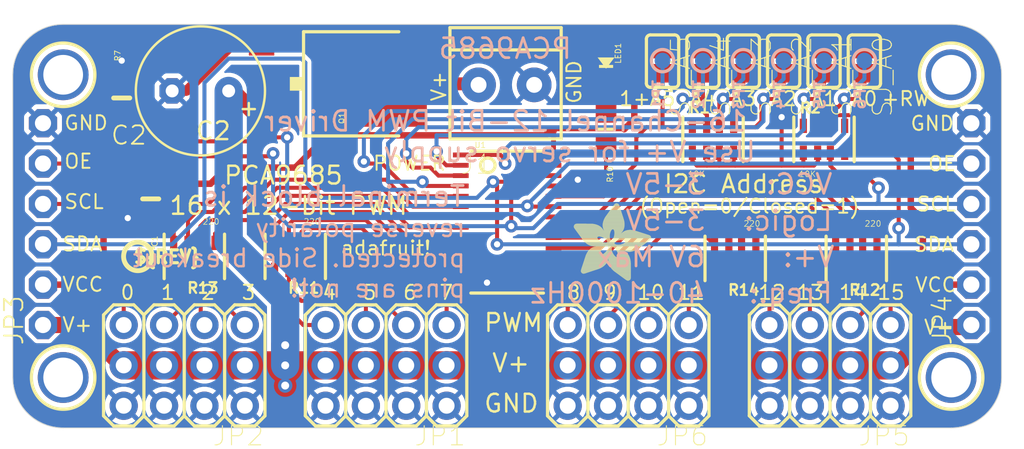
<source format=kicad_pcb>
(kicad_pcb (version 20221018) (generator pcbnew)
  (layers (0 "F.Cu" signal) (31 "B.Cu" signal) (34 "B.Paste" user) (35 "F.Paste" user) (36 "B.SilkS" user "B.Silkscreen") (37 "F.SilkS" user "F.Silkscreen") (38 "B.Mask" user) (39 "F.Mask" user) (44 "Edge.Cuts" user))
  (net 0 "")
  (net 1 "PWM0")
  (net 2 "PWM1")
  (net 3 "PWM2")
  (net 4 "PWM3")
  (net 5 "PWM4")
  (net 6 "PWM5")
  (net 7 "PWM6")
  (net 8 "PWM7")
  (net 9 "PWM8")
  (net 10 "PWM9")
  (net 11 "PWM10")
  (net 12 "PWM11")
  (net 13 "PWM12")
  (net 14 "PWM13")
  (net 15 "PWM14")
  (net 16 "PWM15")
  (net 17 "5.0V")
  (net 18 "GND")
  (net 19 "A0")
  (net 20 "A1")
  (net 21 "A2")
  (net 22 "A3")
  (net 23 "A4")
  (net 24 "A5")
  (net 25 "VCC")
  (net 26 "OE")
  (net 27 "SCL")
  (net 28 "SDA")
  (net 29 "PWRIN")
  (net 30 "N$1")
  (net 31 "N$2")
  (net 32 "N$3")
  (net 33 "N$4")
  (net 34 "N$5")
  (net 35 "N$6")
  (net 36 "N$7")
  (net 37 "N$8")
  (net 38 "N$9")
  (net 39 "N$10")
  (net 40 "N$11")
  (net 41 "N$12")
  (net 42 "N$13")
  (net 43 "N$14")
  (net 44 "N$15")
  (net 45 "N$16")
  (net 46 "N$17")
  (footprint "working:SOLDERJUMPER_REFLOW_NOPASTE" (layer "F.Cu") (at 163.3601 94.6216 -90)
    (fp_text reference "SJ_A3")
    (fp_text value "")
  )
  (footprint "working:0805-NO" (layer "F.Cu") (at 124.2441 96.9391 90)
    (fp_text reference "R7")
    (fp_text value "10K")
  )
  (footprint "working:TO252" (layer "F.Cu") (at 137.8461 96.0486 -90)
    (fp_text reference "Q1")
    (fp_text value "AOD417")
  )
  (footprint "working:TERMBLOCK_1X2-3.5MM" (layer "F.Cu") (at 148.5011 96.1136 180)
    (fp_text reference "J1")
    (fp_text value "" hide)
  )
  (footprint "working:SOLDERJUMPER_REFLOW_NOPASTE" (layer "F.Cu") (at 170.9801 94.6216 -90)
    (fp_text reference "SJ_A0")
    (fp_text value "")
  )
  (footprint "working:TSSOP28" (layer "F.Cu") (at 148.5011 104.7496 -90)
    (fp_text reference "U1")
    (fp_text value "PCA9685")
  )
  (footprint "working:MOUNTINGHOLE_2.5_PLATED" (layer "F.Cu") (at 176.4411 114.5286)
    (fp_text reference "U$50" hide)
    (fp_text value "MOUNTINGHOLE2.5" hide)
  )
  (footprint "working:RESPACK_4X0603" (layer "F.Cu") (at 162.8521 107.0356 180)
    (fp_text reference "R14")
    (fp_text value "220")
  )
  (footprint "working:RESPACK_4X0603" (layer "F.Cu") (at 170.4721 107.0356 180)
    (fp_text reference "R12")
    (fp_text value "220")
  )
  (footprint "working:3X04" (layer "F.Cu") (at 128.1811 113.7666 180)
    (fp_text reference "JP2")
    (fp_text value "")
  )
  (footprint "working:RESPACK_4X0603" (layer "F.Cu") (at 128.8161 106.9086 180)
    (fp_text reference "R13")
    (fp_text value "220")
  )
  (footprint "working:3X04" (layer "F.Cu") (at 140.8811 113.7666 180)
    (fp_text reference "JP1")
    (fp_text value "")
  )
  (footprint "working:ADAFRUIT_5MM" (layer "F.Cu") (at 152.6921 108.4326)
    (fp_text reference "U$51" hide)
    (fp_text value "" hide)
  )
  (footprint "working:PCBFEAT-REV-040" (layer "F.Cu") (at 125.2601 106.9086)
    (fp_text reference "U$54" hide)
    (fp_text value "" hide)
  )
  (footprint "working:1X06-CLEANBIG" (layer "F.Cu") (at 177.7111 104.8766 90)
    (fp_text reference "JP4")
    (fp_text value "")
  )
  (footprint "working:0805-NO" (layer "F.Cu") (at 126.0696 103.2891 -90)
    (fp_text reference "C1")
    (fp_text value "10uF")
  )
  (footprint "working:FIDUCIAL_1MM" (layer "F.Cu") (at 162.4561 116.3386)
    (fp_text reference "FID1" hide)
    (fp_text value "FIDUCIAL\"\"" hide)
  )
  (footprint "working:CHIPLED_0805_NOOUTLINE" (layer "F.Cu") (at 154.7241 94.7166 180)
    (fp_text reference "LED1")
    (fp_text value "GREEN")
  )
  (footprint "working:SOLDERJUMPER_REFLOW_NOPASTE" (layer "F.Cu") (at 158.2801 94.6216 -90)
    (fp_text reference "SJ_A5")
    (fp_text value "")
  )
  (footprint "working:RESPACK_4X0603" (layer "F.Cu") (at 168.4401 99.5426)
    (fp_text reference "R2")
    (fp_text value "10K")
  )
  (footprint "working:MOUNTINGHOLE_2.5_PLATED" (layer "F.Cu") (at 176.4411 95.4786)
    (fp_text reference "U$49" hide)
    (fp_text value "MOUNTINGHOLE2.5" hide)
  )
  (footprint "working:SOLDERJUMPER_REFLOW_NOPASTE" (layer "F.Cu") (at 165.9001 94.6216 -90)
    (fp_text reference "SJ_A2")
    (fp_text value "")
  )
  (footprint "working:E3,5-8" (layer "F.Cu") (at 129.1971 96.4946 180)
    (fp_text reference "C2")
    (fp_text value "")
  )
  (footprint "working:3X04" (layer "F.Cu") (at 168.8211 113.7666 180)
    (fp_text reference "JP5")
    (fp_text value "")
  )
  (footprint "working:SOLDERJUMPER_REFLOW_NOPASTE" (layer "F.Cu") (at 160.8201 94.6216 -90)
    (fp_text reference "SJ_A4")
    (fp_text value "")
  )
  (footprint "working:3X04" (layer "F.Cu") (at 156.1211 113.7666 180)
    (fp_text reference "JP6")
    (fp_text value "")
  )
  (footprint "working:1X06-CLEANBIG" (layer "F.Cu") (at 119.2911 104.8766 90)
    (fp_text reference "JP3")
    (fp_text value "")
  )
  (footprint "working:MOUNTINGHOLE_2.5_PLATED" (layer "F.Cu") (at 120.5611 95.4786)
    (fp_text reference "U$47" hide)
    (fp_text value "MOUNTINGHOLE2.5" hide)
  )
  (footprint "working:RESPACK_4X0603" (layer "F.Cu") (at 161.4551 99.5426)
    (fp_text reference "R1")
    (fp_text value "10K")
  )
  (footprint "working:MOUNTINGHOLE_2.5_PLATED" (layer "F.Cu") (at 120.5611 114.5286)
    (fp_text reference "U$48" hide)
    (fp_text value "MOUNTINGHOLE2.5" hide)
  )
  (footprint "working:RESPACK_4X0603" (layer "F.Cu") (at 135.1661 106.9086 180)
    (fp_text reference "R11")
    (fp_text value "220")
  )
  (footprint "working:SOLDERJUMPER_REFLOW_NOPASTE" (layer "F.Cu") (at 168.4401 94.6216 -90)
    (fp_text reference "SJ_A1")
    (fp_text value "")
  )
  (footprint "working:_0805MP" (layer "F.Cu") (at 154.7241 98.9076 -90)
    (fp_text reference "R10")
    (fp_text value "470")
  )
  (footprint "working:FIDUCIAL_1MM" (layer "F.Cu") (at 128.4341 93.8546)
    (fp_text reference "FID2" hide)
    (fp_text value "FIDUCIAL\"\"" hide)
  )
  (footprint "working:TESTPOINT_ROUND_1MM" (layer "B.Cu") (at 168.4401 94.5896 -90)
    (fp_text reference "TP5")
    (fp_text value "")
  )
  (footprint "working:TESTPOINT_ROUND_1MM" (layer "B.Cu") (at 163.3601 94.5896 -90)
    (fp_text reference "TP3")
    (fp_text value "")
  )
  (footprint "working:TESTPOINT_ROUND_1MM" (layer "B.Cu") (at 160.8201 94.5896 -90)
    (fp_text reference "TP2")
    (fp_text value "")
  )
  (footprint "working:TESTPOINT_ROUND_1MM" (layer "B.Cu") (at 158.2801 94.5896 -90)
    (fp_text reference "TP1")
    (fp_text value "")
  )
  (footprint "working:TESTPOINT_ROUND_1MM" (layer "B.Cu") (at 170.9801 94.5896 -90)
    (fp_text reference "TP6")
    (fp_text value "")
  )
  (footprint "working:TESTPOINT_ROUND_1MM" (layer "B.Cu") (at 165.9001 94.5896 -90)
    (fp_text reference "TP4")
    (fp_text value "")
  )
  (gr_arc (start 179.6161 114.5286) (mid 178.686164 116.773664) (end 176.4411 117.7036) (stroke (width 0.05)) (layer "Edge.Cuts"))
  (gr_line (start 117.3861 114.5286) (end 117.3861 95.4786) (stroke (width 0.05)) (layer "Edge.Cuts"))
  (gr_line (start 176.4411 117.7036) (end 120.5611 117.7036) (stroke (width 0.05)) (layer "Edge.Cuts"))
  (gr_arc (start 120.5611 117.7036) (mid 118.316036 116.773664) (end 117.3861 114.5286) (stroke (width 0.05)) (layer "Edge.Cuts"))
  (gr_line (start 120.5611 92.3036) (end 176.4411 92.3036) (stroke (width 0.05)) (layer "Edge.Cuts"))
  (gr_arc (start 176.4411 92.3036) (mid 178.686164 93.233536) (end 179.6161 95.4786) (stroke (width 0.05)) (layer "Edge.Cuts"))
  (gr_arc (start 117.3861 95.4786) (mid 118.316036 93.233536) (end 120.5611 92.3036) (stroke (width 0.05)) (layer "Edge.Cuts"))
  (gr_line (start 179.6161 95.4786) (end 179.6161 114.5286) (stroke (width 0.05)) (layer "Edge.Cuts"))
  (gr_text "3-5V" (at 161.0741 103.0986) (layer "B.SilkS") (effects (font (size 1.251712 1.251712) (thickness 0.170688)) (justify left bottom mirror)))
  (gr_text "3-5V" (at 161.0741 105.3846) (layer "B.SilkS") (effects (font (size 1.251712 1.251712) (thickness 0.170688)) (justify left bottom mirror)))
  (gr_text "16-Channel 12-Bit PWM Driver" (at 148.3741 98.3996) (layer "B.SilkS") (effects (font (size 1.251712 1.251712) (thickness 0.170688)) (justify mirror)))
  (gr_text "Freq.:" (at 169.0751 109.9566) (layer "B.SilkS") (effects (font (size 1.251712 1.251712) (thickness 0.170688)) (justify left bottom mirror)))
  (gr_text "PCA9685" (at 148.3741 93.8276) (layer "B.SilkS") (effects (font (size 1.251712 1.251712) (thickness 0.170688)) (justify mirror)))
  (gr_text "Logic:" (at 169.0751 105.3846) (layer "B.SilkS") (effects (font (size 1.251712 1.251712) (thickness 0.170688)) (justify left bottom mirror)))
  (gr_text "VCC:" (at 169.0751 103.0986) (layer "B.SilkS") (effects (font (size 1.251712 1.251712) (thickness 0.170688)) (justify left bottom mirror)))
  (gr_text "6V Max" (at 161.0741 107.6706) (layer "B.SilkS") (effects (font (size 1.251712 1.251712) (thickness 0.170688)) (justify left bottom mirror)))
  (gr_text "V+:" (at 169.2021 107.6706) (layer "B.SilkS") (effects (font (size 1.251712 1.251712) (thickness 0.170688)) (justify left bottom mirror)))
  (gr_text "pins are not!" (at 145.9611 109.5756) (layer "B.SilkS") (effects (font (size 1.1176 1.1176) (thickness 0.1524)) (justify left bottom mirror)))
  (gr_text "Terminal block is" (at 145.9611 103.8606) (layer "B.SilkS") (effects (font (size 1.251712 1.251712) (thickness 0.170688)) (justify left bottom mirror)))
  (gr_text "protected. Side breakout" (at 145.9611 107.6706) (layer "B.SilkS") (effects (font (size 1.1176 1.1176) (thickness 0.1524)) (justify left bottom mirror)))
  (gr_text "Use V+ for servo supply" (at 164.2491 101.0666) (layer "B.SilkS") (effects (font (size 1.251712 1.251712) (thickness 0.170688)) (justify left bottom mirror)))
  (gr_text "40-1000Hz" (at 161.0741 109.9566) (layer "B.SilkS") (effects (font (size 1.251712 1.251712) (thickness 0.170688)) (justify left bottom mirror)))
  (gr_text "reverse polarity" (at 145.9611 105.7656) (layer "B.SilkS") (effects (font (size 1.1176 1.1176) (thickness 0.1524)) (justify left bottom mirror)))
  (gr_text "A3" (at 162.4711 97.5106) (layer "F.SilkS") (effects (font (size 0.89408 0.89408) (thickness 0.12192)) (justify left bottom)))
  (gr_text "10" (at 156.6131 109.7026) (layer "F.SilkS") (effects (font (size 0.89408 0.89408) (thickness 0.12192)) (justify left bottom)))
  (gr_text "GND" (at 120.5611 99.0346) (layer "F.SilkS") (effects (font (size 0.89408 0.89408) (thickness 0.12192)) (justify left bottom)))
  (gr_text "0" (at 124.1011 109.7026) (layer "F.SilkS") (effects (font (size 0.89408 0.89408) (thickness 0.12192)) (justify left bottom)))
  (gr_text "15" (at 171.7261 109.7026) (layer "F.SilkS") (effects (font (size 0.89408 0.89408) (thickness 0.12192)) (justify left bottom)))
  (gr_text "PCA9685" (at 130.5941 102.4636) (layer "F.SilkS") (effects (font (size 1.1176 1.1176) (thickness 0.1524)) (justify left bottom)))
  (gr_text "A4" (at 159.9311 97.5106) (layer "F.SilkS") (effects (font (size 0.89408 0.89408) (thickness 0.12192)) (justify left bottom)))
  (gr_text "14" (at 169.3131 109.7026) (layer "F.SilkS") (effects (font (size 0.89408 0.89408) (thickness 0.12192)) (justify left bottom)))
  (gr_text "C2" (at 128.8161 99.6696) (layer "F.SilkS") (effects (font (size 1.1176 1.1176) (thickness 0.1524)) (justify left bottom)))
  (gr_text "13" (at 166.6461 109.7026) (layer "F.SilkS") (effects (font (size 0.89408 0.89408) (thickness 0.12192)) (justify left bottom)))
  (gr_text "GND" (at 153.2341 97.3756 90) (layer "F.SilkS") (effects (font (size 0.89408 0.89408) (thickness 0.12192)) (justify left bottom)))
  (gr_text "+RW" (at 171.9961 97.5106) (layer "F.SilkS") (effects (font (size 0.89408 0.89408) (thickness 0.12192)) (justify left bottom)))
  (gr_text "V+" (at 176.6951 110.8456) (layer "F.SilkS") (effects (font (size 0.89408 0.89408) (thickness 0.12192)) (justify right top)))
  (gr_text "V+" (at 147.4691 114.2746) (layer "F.SilkS") (effects (font (size 1.1176 1.1176) (thickness 0.1524)) (justify left bottom)))
  (gr_text "A2" (at 165.0111 97.5106) (layer "F.SilkS") (effects (font (size 0.89408 0.89408) (thickness 0.12192)) (justify left bottom)))
  (gr_text "5" (at 139.3411 109.7026) (layer "F.SilkS") (effects (font (size 0.89408 0.89408) (thickness 0.12192)) (justify left bottom)))
  (gr_text "I2C Address" (at 158.2801 103.0036) (layer "F.SilkS") (effects (font (size 1.1176 1.1176) (thickness 0.1524)) (justify left bottom)))
  (gr_text "V+" (at 144.7251 97.2166 90) (layer "F.SilkS") (effects (font (size 0.89408 0.89408) (thickness 0.12192)) (justify left bottom)))
  (gr_text "9" (at 154.4541 109.7026) (layer "F.SilkS") (effects (font (size 0.89408 0.89408) (thickness 0.12192)) (justify left bottom)))
  (gr_text "16 x 12-bit PWM" (at 127.1651 104.3686) (layer "F.SilkS") (effects (font (size 1.1176 1.1176) (thickness 0.1524)) (justify left bottom)))
  (gr_text "4" (at 136.8011 109.7026) (layer "F.SilkS") (effects (font (size 0.89408 0.89408) (thickness 0.12192)) (justify left bottom)))
  (gr_text "12" (at 164.2331 109.7026) (layer "F.SilkS") (effects (font (size 0.89408 0.89408) (thickness 0.12192)) (justify left bottom)))
  (gr_text "7" (at 144.1671 109.7026) (layer "F.SilkS") (effects (font (size 0.89408 0.89408) (thickness 0.12192)) (justify left bottom)))
  (gr_text "V+" (at 120.4341 111.7346) (layer "F.SilkS") (effects (font (size 0.89408 0.89408) (thickness 0.12192)) (justify left bottom)))
  (gr_text "POWER" (at 139.9921 101.5746) (layer "F.SilkS") (effects (font (size 0.89408 0.89408) (thickness 0.12192)) (justify left bottom)))
  (gr_text "OE" (at 176.8221 100.5586) (layer "F.SilkS") (effects (font (size 0.89408 0.89408) (thickness 0.12192)) (justify right top)))
  (gr_text "A1" (at 167.5511 97.5106) (layer "F.SilkS") (effects (font (size 0.89408 0.89408) (thickness 0.12192)) (justify left bottom)))
  (gr_text "8" (at 152.1681 109.7026) (layer "F.SilkS") (effects (font (size 0.89408 0.89408) (thickness 0.12192)) (justify left bottom)))
  (gr_text "6" (at 141.8811 109.7026) (layer "F.SilkS") (effects (font (size 0.89408 0.89408) (thickness 0.12192)) (justify left bottom)))
  (gr_text "VCC" (at 120.4341 109.1946) (layer "F.SilkS") (effects (font (size 0.89408 0.89408) (thickness 0.12192)) (justify left bottom)))
  (gr_text "SDA" (at 176.6951 105.6386) (layer "F.SilkS") (effects (font (size 0.89408 0.89408) (thickness 0.12192)) (justify right top)))
  (gr_text "1+" (at 155.4861 97.5106) (layer "F.SilkS") (effects (font (size 0.89408 0.89408) (thickness 0.12192)) (justify left bottom)))
  (gr_text "adafruit!" (at 137.9601 106.9086) (layer "F.SilkS") (effects (font (size 0.89408 0.89408) (thickness 0.12192)) (justify left bottom)))
  (gr_text "SDA" (at 120.4341 106.6546) (layer "F.SilkS") (effects (font (size 0.89408 0.89408) (thickness 0.12192)) (justify left bottom)))
  (gr_text "(Open=0/Closed=1)" (at 156.7561 104.2736) (layer "F.SilkS") (effects (font (size 0.89408 0.89408) (thickness 0.12192)) (justify left bottom)))
  (gr_text "PWM" (at 146.9611 111.7346) (layer "F.SilkS") (effects (font (size 1.1176 1.1176) (thickness 0.1524)) (justify left bottom)))
  (gr_text "GND" (at 146.9611 116.8146) (layer "F.SilkS") (effects (font (size 1.1176 1.1176) (thickness 0.1524)) (justify left bottom)))
  (gr_text "OE" (at 120.5611 101.4476) (layer "F.SilkS") (effects (font (size 0.89408 0.89408) (thickness 0.12192)) (justify left bottom)))
  (gr_text "2" (at 129.1811 109.7026) (layer "F.SilkS") (effects (font (size 0.89408 0.89408) (thickness 0.12192)) (justify left bottom)))
  (gr_text "GND" (at 176.6951 98.0186) (layer "F.SilkS") (effects (font (size 0.89408 0.89408) (thickness 0.12192)) (justify right top)))
  (gr_text "SCL" (at 120.5611 103.9876) (layer "F.SilkS") (effects (font (size 0.89408 0.89408) (thickness 0.12192)) (justify left bottom)))
  (gr_text "A0" (at 170.0911 97.5106) (layer "F.SilkS") (effects (font (size 0.89408 0.89408) (thickness 0.12192)) (justify left bottom)))
  (gr_text "11" (at 159.1531 109.7026) (layer "F.SilkS") (effects (font (size 0.89408 0.89408) (thickness 0.12192)) (justify left bottom)))
  (gr_text "A5" (at 157.3911 97.5106) (layer "F.SilkS") (effects (font (size 0.89408 0.89408) (thickness 0.12192)) (justify left bottom)))
  (gr_text "VCC" (at 176.8221 108.1786) (layer "F.SilkS") (effects (font (size 0.89408 0.89408) (thickness 0.12192)) (justify right top)))
  (gr_text "1" (at 126.6411 109.7026) (layer "F.SilkS") (effects (font (size 0.89408 0.89408) (thickness 0.12192)) (justify left bottom)))
  (gr_text "3" (at 131.7211 109.7026) (layer "F.SilkS") (effects (font (size 0.89408 0.89408) (thickness 0.12192)) (justify left bottom)))
  (gr_text "SCL" (at 176.8221 103.0986) (layer "F.SilkS") (effects (font (size 0.89408 0.89408) (thickness 0.12192)) (justify right top)))
  (segment (start 131.4831 103.0986) (end 130.2131 103.0986) (width 0.254) (layer "F.Cu") (net 1))
  (segment (start 142.5731 103.7746) (end 145.5833 103.7746) (width 0.254) (layer "F.Cu") (net 1))
  (segment (start 130.2131 103.0986) (end 129.7051 103.6066) (width 0.254) (layer "F.Cu") (net 1))
  (segment (start 133.7691 102.0826) (end 140.8811 102.0826) (width 0.254) (layer "F.Cu") (net 1))
  (segment (start 128.4351 103.6066) (end 127.5161 104.5256) (width 0.254) (layer "F.Cu") (net 1))
  (segment (start 133.2611 102.5906) (end 133.7691 102.0826) (width 0.254) (layer "F.Cu") (net 1))
  (segment (start 131.4831 103.0986) (end 131.9911 102.5906) (width 0.254) (layer "F.Cu") (net 1))
  (segment (start 129.7051 103.6066) (end 128.4351 103.6066) (width 0.254) (layer "F.Cu") (net 1))
  (segment (start 131.9911 102.5906) (end 133.2611 102.5906) (width 0.254) (layer "F.Cu") (net 1))
  (segment (start 127.5161 104.5256) (end 127.5161 106.0586) (width 0.254) (layer "F.Cu") (net 1))
  (segment (start 140.8811 102.0826) (end 142.5731 103.7746) (width 0.254) (layer "F.Cu") (net 1))
  (segment (start 140.6271 102.5906) (end 142.4611 104.4246) (width 0.254) (layer "F.Cu") (net 2))
  (segment (start 142.4611 104.4246) (end 145.5833 104.4246) (width 0.254) (layer "F.Cu") (net 2))
  (segment (start 133.5151 103.0986) (end 132.2451 103.0986) (width 0.254) (layer "F.Cu") (net 2))
  (segment (start 128.9431 104.1146) (end 128.4161 104.6416) (width 0.254) (layer "F.Cu") (net 2))
  (segment (start 133.5151 103.0986) (end 134.0231 102.5906) (width 0.254) (layer "F.Cu") (net 2))
  (segment (start 132.2451 103.0986) (end 131.7371 103.6066) (width 0.254) (layer "F.Cu") (net 2))
  (segment (start 129.9591 104.1146) (end 128.9431 104.1146) (width 0.254) (layer "F.Cu") (net 2))
  (segment (start 131.7371 103.6066) (end 130.4671 103.6066) (width 0.254) (layer "F.Cu") (net 2))
  (segment (start 130.4671 103.6066) (end 129.9591 104.1146) (width 0.254) (layer "F.Cu") (net 2))
  (segment (start 128.4161 104.6416) (end 128.4161 106.0586) (width 0.254) (layer "F.Cu") (net 2))
  (segment (start 134.0231 102.5906) (end 140.6271 102.5906) (width 0.254) (layer "F.Cu") (net 2))
  (segment (start 140.3731 103.0986) (end 142.3491 105.0746) (width 0.254) (layer "F.Cu") (net 3))
  (segment (start 132.4991 103.6066) (end 131.9911 104.1146) (width 0.254) (layer "F.Cu") (net 3))
  (segment (start 130.7211 104.1146) (end 130.2131 104.6226) (width 0.254) (layer "F.Cu") (net 3))
  (segment (start 134.2771 103.0986) (end 140.3731 103.0986) (width 0.254) (layer "F.Cu") (net 3))
  (segment (start 133.7691 103.6066) (end 132.4991 103.6066) (width 0.254) (layer "F.Cu") (net 3))
  (segment (start 142.3491 105.0746) (end 145.5833 105.0746) (width 0.254) (layer "F.Cu") (net 3))
  (segment (start 129.1971 105.0036) (end 129.2161 105.0226) (width 0.254) (layer "F.Cu") (net 3))
  (segment (start 129.2161 105.0226) (end 129.2161 106.0586) (width 0.254) (layer "F.Cu") (net 3))
  (segment (start 133.7691 103.6066) (end 134.2771 103.0986) (width 0.254) (layer "F.Cu") (net 3))
  (segment (start 131.9911 104.1146) (end 130.7211 104.1146) (width 0.254) (layer "F.Cu") (net 3))
  (segment (start 130.2131 104.6226) (end 129.5781 104.6226) (width 0.254) (layer "F.Cu") (net 3))
  (segment (start 129.5781 104.6226) (end 129.1971 105.0036) (width 0.254) (layer "F.Cu") (net 3))
  (segment (start 134.0231 104.1146) (end 134.5311 103.6066) (width 0.254) (layer "F.Cu") (net 4))
  (segment (start 140.1191 103.6066) (end 142.2371 105.7246) (width 0.254) (layer "F.Cu") (net 4))
  (segment (start 130.9751 104.6226) (end 130.1161 105.4816) (width 0.254) (layer "F.Cu") (net 4))
  (segment (start 132.2451 104.6226) (end 130.9751 104.6226) (width 0.254) (layer "F.Cu") (net 4))
  (segment (start 134.5311 103.6066) (end 140.1191 103.6066) (width 0.254) (layer "F.Cu") (net 4))
  (segment (start 130.1161 105.4816) (end 130.1161 106.0586) (width 0.254) (layer "F.Cu") (net 4))
  (segment (start 142.2371 105.7246) (end 145.5833 105.7246) (width 0.254) (layer "F.Cu") (net 4))
  (segment (start 134.0231 104.1146) (end 132.7531 104.1146) (width 0.254) (layer "F.Cu") (net 4))
  (segment (start 132.7531 104.1146) (end 132.2451 104.6226) (width 0.254) (layer "F.Cu") (net 4))
  (segment (start 133.8661 105.0336) (end 134.7851 104.1146) (width 0.254) (layer "F.Cu") (net 5))
  (segment (start 134.7851 104.1146) (end 139.8651 104.1146) (width 0.254) (layer "F.Cu") (net 5))
  (segment (start 139.8651 104.1146) (end 142.1251 106.3746) (width 0.254) (layer "F.Cu") (net 5))
  (segment (start 142.1251 106.3746) (end 145.5833 106.3746) (width 0.254) (layer "F.Cu") (net 5))
  (segment (start 133.8661 106.0586) (end 133.8661 105.0336) (width 0.254) (layer "F.Cu") (net 5))
  (segment (start 142.0131 107.0246) (end 145.5833 107.0246) (width 0.254) (layer "F.Cu") (net 6))
  (segment (start 139.6111 104.6226) (end 142.0131 107.0246) (width 0.254) (layer "F.Cu") (net 6))
  (segment (start 134.7661 104.8956) (end 135.0391 104.6226) (width 0.254) (layer "F.Cu") (net 6))
  (segment (start 134.7661 106.0586) (end 134.7661 104.8956) (width 0.254) (layer "F.Cu") (net 6))
  (segment (start 135.0391 104.6226) (end 139.6111 104.6226) (width 0.254) (layer "F.Cu") (net 6))
  (segment (start 135.5661 105.3656) (end 135.8011 105.1306) (width 0.254) (layer "F.Cu") (net 7))
  (segment (start 141.9011 107.6746) (end 145.5833 107.6746) (width 0.254) (layer "F.Cu") (net 7))
  (segment (start 135.8011 105.1306) (end 139.3571 105.1306) (width 0.254) (layer "F.Cu") (net 7))
  (segment (start 135.5661 106.0586) (end 135.5661 105.3656) (width 0.254) (layer "F.Cu") (net 7))
  (segment (start 139.3571 105.1306) (end 141.9011 107.6746) (width 0.254) (layer "F.Cu") (net 7))
  (segment (start 138.9761 105.6386) (end 141.6621 108.3246) (width 0.254) (layer "F.Cu") (net 8))
  (segment (start 136.9441 105.6386) (end 138.9761 105.6386) (width 0.254) (layer "F.Cu") (net 8))
  (segment (start 136.4661 106.0586) (end 136.4661 106.1166) (width 0.254) (layer "F.Cu") (net 8))
  (segment (start 141.6621 108.3246) (end 145.5833 108.3246) (width 0.254) (layer "F.Cu") (net 8))
  (segment (start 136.4661 106.1166) (end 136.9441 105.6386) (width 0.254) (layer "F.Cu") (net 8))
  (segment (start 158.1531 105.6386) (end 161.0051 105.6386) (width 0.254) (layer "F.Cu") (net 9))
  (segment (start 154.8171 108.9746) (end 158.1531 105.6386) (width 0.254) (layer "F.Cu") (net 9))
  (segment (start 161.0051 105.6386) (end 161.5521 106.1856) (width 0.254) (layer "F.Cu") (net 9))
  (segment (start 151.4189 108.9746) (end 154.8171 108.9746) (width 0.254) (layer "F.Cu") (net 9))
  (segment (start 162.4711 106.1666) (end 162.4521 106.1856) (width 0.254) (layer "F.Cu") (net 10))
  (segment (start 154.7051 108.3246) (end 157.8991 105.1306) (width 0.254) (layer "F.Cu") (net 10))
  (segment (start 162.0901 105.1306) (end 162.4711 105.5116) (width 0.254) (layer "F.Cu") (net 10))
  (segment (start 162.4711 105.5116) (end 162.4711 106.1666) (width 0.254) (layer "F.Cu") (net 10))
  (segment (start 151.4189 108.3246) (end 154.7051 108.3246) (width 0.254) (layer "F.Cu") (net 10))
  (segment (start 157.8991 105.1306) (end 162.0901 105.1306) (width 0.254) (layer "F.Cu") (net 10))
  (segment (start 163.2331 105.3846) (end 163.2331 106.1666) (width 0.254) (layer "F.Cu") (net 11))
  (segment (start 163.2331 106.1666) (end 163.2521 106.1856) (width 0.254) (layer "F.Cu") (net 11))
  (segment (start 154.5931 107.6746) (end 157.6451 104.6226) (width 0.254) (layer "F.Cu") (net 11))
  (segment (start 151.4189 107.6746) (end 154.5931 107.6746) (width 0.254) (layer "F.Cu") (net 11))
  (segment (start 157.6451 104.6226) (end 162.4711 104.6226) (width 0.254) (layer "F.Cu") (net 11))
  (segment (start 162.4711 104.6226) (end 163.2331 105.3846) (width 0.254) (layer "F.Cu") (net 11))
  (segment (start 154.4811 107.0246) (end 157.3911 104.1146) (width 0.254) (layer "F.Cu") (net 12))
  (segment (start 151.4189 107.0246) (end 154.4811 107.0246) (width 0.254) (layer "F.Cu") (net 12))
  (segment (start 164.1221 105.5116) (end 164.1221 106.1556) (width 0.254) (layer "F.Cu") (net 12))
  (segment (start 162.7251 104.1146) (end 164.1221 105.5116) (width 0.254) (layer "F.Cu") (net 12))
  (segment (start 164.1221 106.1556) (end 164.1521 106.1856) (width 0.254) (layer "F.Cu") (net 12))
  (segment (start 157.3911 104.1146) (end 162.7251 104.1146) (width 0.254) (layer "F.Cu") (net 12))
  (segment (start 154.3691 106.3746) (end 157.1371 103.6066) (width 0.254) (layer "F.Cu") (net 13))
  (segment (start 169.2021 106.1556) (end 169.1721 106.1856) (width 0.254) (layer "F.Cu") (net 13))
  (segment (start 167.4241 103.6066) (end 169.2021 105.3846) (width 0.254) (layer "F.Cu") (net 13))
  (segment (start 157.1371 103.6066) (end 167.4241 103.6066) (width 0.254) (layer "F.Cu") (net 13))
  (segment (start 151.4189 106.3746) (end 154.3691 106.3746) (width 0.254) (layer "F.Cu") (net 13))
  (segment (start 169.2021 105.3846) (end 169.2021 106.1556) (width 0.254) (layer "F.Cu") (net 13))
  (segment (start 170.0911 106.1666) (end 170.0721 106.1856) (width 0.254) (layer "F.Cu") (net 14))
  (segment (start 151.4189 105.7246) (end 154.2571 105.7246) (width 0.254) (layer "F.Cu") (net 14))
  (segment (start 154.2571 105.7246) (end 156.8831 103.0986) (width 0.254) (layer "F.Cu") (net 14))
  (segment (start 167.8051 103.0986) (end 170.0911 105.3846) (width 0.254) (layer "F.Cu") (net 14))
  (segment (start 156.8831 103.0986) (end 167.8051 103.0986) (width 0.254) (layer "F.Cu") (net 14))
  (segment (start 170.0911 105.3846) (end 170.0911 106.1666) (width 0.254) (layer "F.Cu") (net 14))
  (segment (start 170.8531 105.2576) (end 170.8531 106.1666) (width 0.254) (layer "F.Cu") (net 15))
  (segment (start 170.8531 106.1666) (end 170.8721 106.1856) (width 0.254) (layer "F.Cu") (net 15))
  (segment (start 151.4189 105.0746) (end 154.1451 105.0746) (width 0.254) (layer "F.Cu") (net 15))
  (segment (start 154.1451 105.0746) (end 156.6291 102.5906) (width 0.254) (layer "F.Cu") (net 15))
  (segment (start 156.6291 102.5906) (end 168.1861 102.5906) (width 0.254) (layer "F.Cu") (net 15))
  (segment (start 168.1861 102.5906) (end 170.8531 105.2576) (width 0.254) (layer "F.Cu") (net 15))
  (segment (start 171.7421 105.2576) (end 171.7421 106.1556) (width 0.254) (layer "F.Cu") (net 16))
  (segment (start 156.3751 102.0826) (end 168.5671 102.0826) (width 0.254) (layer "F.Cu") (net 16))
  (segment (start 151.4189 104.4246) (end 154.0331 104.4246) (width 0.254) (layer "F.Cu") (net 16))
  (segment (start 171.7421 106.1556) (end 171.7721 106.1856) (width 0.254) (layer "F.Cu") (net 16))
  (segment (start 154.0331 104.4246) (end 156.3751 102.0826) (width 0.254) (layer "F.Cu") (net 16))
  (segment (start 168.5671 102.0826) (end 171.7421 105.2576) (width 0.254) (layer "F.Cu") (net 16))
  (segment (start 124.3711 113.7666) (end 124.2441 113.7666) (width 0.254) (layer "F.Cu") (net 17))
  (segment (start 131.2121 96.4946) (end 130.9751 96.4946) (width 1.016) (layer "F.Cu") (net 17))
  (segment (start 134.5311 113.7666) (end 131.9911 113.7666) (width 1.778) (layer "F.Cu") (net 17))
  (segment (start 165.0111 113.7666) (end 167.5511 113.7666) (width 1.778) (layer "F.Cu") (net 17))
  (segment (start 137.0711 113.7666) (end 134.5311 113.7666) (width 1.778) (layer "F.Cu") (net 17))
  (segment (start 175.4251 111.3536) (end 177.5841 111.3536) (width 1.016) (layer "F.Cu") (net 17))
  (segment (start 124.2441 113.7666) (end 121.7041 111.2266) (width 1.016) (layer "F.Cu") (net 17))
  (segment (start 129.4511 113.7666) (end 126.9111 113.7666) (width 1.778) (layer "F.Cu") (net 17))
  (segment (start 170.0911 113.7666) (end 172.6311 113.7666) (width 1.778) (layer "F.Cu") (net 17))
  (segment (start 159.9311 113.7666) (end 165.0111 113.7666) (width 1.778) (layer "F.Cu") (net 17))
  (segment (start 172.6311 113.7666) (end 173.0121 113.7666) (width 0.254) (layer "F.Cu") (net 17))
  (segment (start 121.7041 111.2266) (end 119.2911 111.2266) (width 1.016) (layer "F.Cu") (net 17))
  (segment (start 134.5311 113.7666) (end 134.5311 115.0366) (width 1.778) (layer "F.Cu") (net 17))
  (segment (start 139.6111 113.7666) (end 137.0711 113.7666) (width 1.778) (layer "F.Cu") (net 17))
  (segment (start 154.8511 113.7666) (end 157.3911 113.7666) (width 1.778) (layer "F.Cu") (net 17))
  (segment (start 157.3911 113.7666) (end 159.9311 113.7666) (width 1.778) (layer "F.Cu") (net 17))
  (segment (start 167.5511 113.7666) (end 170.0911 113.7666) (width 1.778) (layer "F.Cu") (net 17))
  (segment (start 133.0461 98.3286) (end 131.2121 96.4946) (width 1.016) (layer "F.Cu") (net 17))
  (segment (start 126.9111 113.7666) (end 124.3711 113.7666) (width 1.778) (layer "F.Cu") (net 17))
  (segment (start 134.5311 113.7666) (end 134.5311 112.4966) (width 1.778) (layer "F.Cu") (net 17))
  (segment (start 144.6911 113.7666) (end 142.1511 113.7666) (width 1.778) (layer "F.Cu") (net 17))
  (segment (start 177.5841 111.3536) (end 177.7111 111.2266) (width 1.016) (layer "F.Cu") (net 17))
  (segment (start 173.0121 113.7666) (end 175.4251 111.3536) (width 1.016) (layer "F.Cu") (net 17))
  (segment (start 152.3111 113.7666) (end 154.8511 113.7666) (width 1.778) (layer "F.Cu") (net 17))
  (segment (start 142.1511 113.7666) (end 139.6111 113.7666) (width 1.778) (layer "F.Cu") (net 17))
  (segment (start 131.9911 113.7666) (end 129.4511 113.7666) (width 1.778) (layer "F.Cu") (net 17))
  (segment (start 144.6911 113.7666) (end 152.3111 113.7666) (width 1.778) (layer "F.Cu") (net 17))
  (via (at 134.5311 113.7666) (size 0.9064) (drill 0.5) (layers "F.Cu" "B.Cu") (net 17))
  (via (at 134.5311 115.0366) (size 0.9064) (drill 0.5) (layers "F.Cu" "B.Cu") (net 17))
  (via (at 134.5311 112.4966) (size 0.9064) (drill 0.5) (layers "F.Cu" "B.Cu") (net 17))
  (segment (start 134.5311 109.5756) (end 130.9751 106.0196) (width 1.778) (layer "B.Cu") (net 17))
  (segment (start 130.9751 106.0196) (end 130.9751 96.4946) (width 1.778) (layer "B.Cu") (net 17))
  (segment (start 134.5311 113.7666) (end 134.5311 109.5756) (width 1.778) (layer "B.Cu") (net 17))
  (segment (start 124.8816 104.2391) (end 124.6251 104.4956) (width 0.4064) (layer "F.Cu") (net 18))
  (segment (start 154.7241 99.9236) (end 154.7241 101.5746) (width 0.254) (layer "F.Cu") (net 18))
  (segment (start 124.2441 94.5896) (end 124.2441 95.9891) (width 0.254) (layer "F.Cu") (net 18))
  (segment (start 167.8051 101.1936) (end 168.0591 100.9396) (width 0.254) (layer "F.Cu") (net 18))
  (segment (start 167.1401 101.1636) (end 167.1701 101.1936) (width 0.254) (layer "F.Cu") (net 18))
  (segment (start 151.4189 102.4746) (end 152.5541 102.4746) (width 0.254) (layer "F.Cu") (net 18))
  (segment (start 160.1551 100.3926) (end 160.1551 100.9096) (width 0.254) (layer "F.Cu") (net 18))
  (segment (start 161.8361 101.1936) (end 162.8521 101.1936) (width 0.254) (layer "F.Cu") (net 18))
  (segment (start 167.1401 100.3926) (end 167.1401 101.1636) (width 0.254) (layer "F.Cu") (net 18))
  (segment (start 154.7241 101.5746) (end 154.2161 102.0826) (width 0.254) (layer "F.Cu") (net 18))
  (segment (start 167.1701 101.1936) (end 167.8051 101.1936) (width 0.254) (layer "F.Cu") (net 18))
  (segment (start 128.3081 96.4946) (end 127.4191 96.4946) (width 0.6096) (layer "F.Cu") (net 18))
  (segment (start 160.1551 100.9096) (end 160.4391 101.1936) (width 0.254) (layer "F.Cu") (net 18))
  (segment (start 145.5833 108.9746) (end 146.8161 108.9746) (width 0.254) (layer "F.Cu") (net 18))
  (segment (start 165.7731 98.1456) (end 165.7731 101.1936) (width 0.254) (layer "F.Cu") (net 18))
  (segment (start 168.0591 100.9396) (end 168.0591 100.4116) (width 0.254) (layer "F.Cu") (net 18))
  (segment (start 146.8161 108.9746) (end 147.2311 108.5596) (width 0.254) (layer "F.Cu") (net 18))
  (segment (start 161.0741 101.1936) (end 161.8361 101.1936) (width 0.254) (layer "F.Cu") (net 18))
  (segment (start 161.8551 101.1746) (end 161.8361 101.1936) (width 0.254) (layer "F.Cu") (net 18))
  (segment (start 168.0591 100.4116) (end 168.0401 100.3926) (width 0.254) (layer "F.Cu") (net 18))
  (segment (start 162.7551 100.3926) (end 162.7551 101.0966) (width 0.254) (layer "F.Cu") (net 18))
  (segment (start 133.0461 93.7686) (end 131.0341 93.7686) (width 0.6096) (layer "F.Cu") (net 18))
  (segment (start 162.8521 101.1936) (end 165.7731 101.1936) (width 0.254) (layer "F.Cu") (net 18))
  (segment (start 161.0551 101.1746) (end 161.0741 101.1936) (width 0.254) (layer "F.Cu") (net 18))
  (segment (start 152.5541 102.4746) (end 152.9461 102.0826) (width 0.254) (layer "F.Cu") (net 18))
  (segment (start 161.8551 100.3926) (end 161.8551 101.1746) (width 0.254) (layer "F.Cu") (net 18))
  (segment (start 162.7551 101.0966) (end 162.8521 101.1936) (width 0.254) (layer "F.Cu") (net 18))
  (segment (start 160.4391 101.1936) (end 161.0741 101.1936) (width 0.254) (layer "F.Cu") (net 18))
  (segment (start 154.2161 102.0826) (end 152.9461 102.0826) (width 0.254) (layer "F.Cu") (net 18))
  (segment (start 161.0551 100.3926) (end 161.0551 101.1746) (width 0.254) (layer "F.Cu") (net 18))
  (segment (start 165.7731 101.1936) (end 167.1701 101.1936) (width 0.254) (layer "F.Cu") (net 18))
  (segment (start 131.0341 93.7686) (end 128.3081 96.4946) (width 0.6096) (layer "F.Cu") (net 18))
  (segment (start 126.0696 104.2391) (end 124.8816 104.2391) (width 0.4064) (layer "F.Cu") (net 18))
  (via (at 124.6251 104.4956) (size 0.8001) (drill 0.3937) (layers "F.Cu" "B.Cu") (net 18))
  (via (at 147.2311 108.5596) (size 0.8001) (drill 0.3937) (layers "F.Cu" "B.Cu") (net 18))
  (via (at 124.2441 94.5896) (size 0.8001) (drill 0.3937) (layers "F.Cu" "B.Cu") (net 18))
  (via (at 165.7731 98.1456) (size 0.8001) (drill 0.3937) (layers "F.Cu" "B.Cu") (net 18))
  (via (at 152.9461 102.0826) (size 0.8001) (drill 0.3937) (layers "F.Cu" "B.Cu") (net 18))
  (segment (start 152.9461 102.0826) (end 153.2001 102.0826) (width 0.254) (layer "B.Cu") (net 18))
  (segment (start 124.6251 104.4956) (end 124.6251 104.8766) (width 0.4064) (layer "B.Cu") (net 18))
  (segment (start 169.7101 97.1296) (end 169.7101 97.0026) (width 0.254) (layer "F.Cu") (net 19))
  (segment (start 145.5833 100.5246) (end 148.0861 100.5246) (width 0.254) (layer "F.Cu") (net 19))
  (segment (start 168.0401 97.7836) (end 168.3131 97.5106) (width 0.254) (layer "F.Cu") (net 19))
  (segment (start 148.0861 100.5246) (end 148.3741 100.8126) (width 0.254) (layer "F.Cu") (net 19))
  (segment (start 170.9801 97.0026) (end 170.9801 95.3836) (width 0.254) (layer "F.Cu") (net 19))
  (segment (start 169.3291 97.5106) (end 169.7101 97.1296) (width 0.254) (layer "F.Cu") (net 19))
  (segment (start 148.3741 100.8126) (end 148.3741 101.0666) (width 0.254) (layer "F.Cu") (net 19))
  (segment (start 168.0401 98.6926) (end 168.0401 97.7836) (width 0.254) (layer "F.Cu") (net 19))
  (segment (start 168.3131 97.5106) (end 169.3291 97.5106) (width 0.254) (layer "F.Cu") (net 19))
  (segment (start 169.7101 97.0026) (end 170.9801 97.0026) (width 0.254) (layer "F.Cu") (net 19))
  (via (at 169.7101 97.0026) (size 0.8001) (drill 0.3937) (layers "F.Cu" "B.Cu") (net 19))
  (via (at 148.3741 101.0666) (size 0.8001) (drill 0.3937) (layers "F.Cu" "B.Cu") (net 19))
  (segment (start 170.9801 94.5896) (end 170.9801 95.7326) (width 0.254) (layer "B.Cu") (net 19))
  (segment (start 148.7551 99.7966) (end 169.0751 99.7966) (width 0.254) (layer "B.Cu") (net 19))
  (segment (start 169.7101 99.1616) (end 169.7101 97.0026) (width 0.254) (layer "B.Cu") (net 19))
  (segment (start 169.0751 99.7966) (end 169.7101 99.1616) (width 0.254) (layer "B.Cu") (net 19))
  (segment (start 170.9801 95.7326) (end 169.7101 97.0026) (width 0.254) (layer "B.Cu") (net 19))
  (segment (start 148.3741 100.1776) (end 148.7551 99.7966) (width 0.254) (layer "B.Cu") (net 19))
  (segment (start 148.3741 101.0666) (end 148.3741 100.1776) (width 0.254) (layer "B.Cu") (net 19))
  (segment (start 145.5833 101.1746) (end 144.6721 101.1746) (width 0.254) (layer "F.Cu") (net 20))
  (segment (start 167.1401 98.6926) (end 167.1401 97.0326) (width 0.254) (layer "F.Cu") (net 20))
  (segment (start 167.1701 97.0026) (end 168.4401 97.0026) (width 0.254) (layer "F.Cu") (net 20))
  (segment (start 167.1401 97.0326) (end 167.1701 97.0026) (width 0.254) (layer "F.Cu") (net 20))
  (segment (start 144.0561 100.5586) (end 144.0561 100.3046) (width 0.254) (layer "F.Cu") (net 20))
  (segment (start 144.6721 101.1746) (end 144.0561 100.5586) (width 0.254) (layer "F.Cu") (net 20))
  (segment (start 168.4401 97.0026) (end 168.4401 95.3836) (width 0.254) (layer "F.Cu") (net 20))
  (via (at 167.1701 97.0026) (size 0.8001) (drill 0.3937) (layers "F.Cu" "B.Cu") (net 20))
  (via (at 144.0561 100.3046) (size 0.8001) (drill 0.3937) (layers "F.Cu" "B.Cu") (net 20))
  (segment (start 168.4401 95.7326) (end 167.1701 97.0026) (width 0.254) (layer "B.Cu") (net 20))
  (segment (start 166.7891 99.2886) (end 167.1701 98.9076) (width 0.254) (layer "B.Cu") (net 20))
  (segment (start 167.1701 98.9076) (end 167.1701 97.0026) (width 0.254) (layer "B.Cu") (net 20))
  (segment (start 144.0561 99.2886) (end 166.7891 99.2886) (width 0.254) (layer "B.Cu") (net 20))
  (segment (start 168.4401 94.5896) (end 168.4401 95.7326) (width 0.254) (layer "B.Cu") (net 20))
  (segment (start 144.0561 100.3046) (end 144.0561 99.2886) (width 0.254) (layer "B.Cu") (net 20))
  (segment (start 142.5321 101.3206) (end 143.6751 101.3206) (width 0.254) (layer "F.Cu") (net 21))
  (segment (start 164.6301 97.0026) (end 165.9001 97.0026) (width 0.254) (layer "F.Cu") (net 21))
  (segment (start 164.5031 98.3996) (end 164.1221 98.7806) (width 0.254) (layer "F.Cu") (net 21))
  (segment (start 143.6751 101.3206) (end 144.1791 101.8246) (width 0.254) (layer "F.Cu") (net 21))
  (segment (start 142.1511 100.9396) (end 142.1511 100.4316) (width 0.254) (layer "F.Cu") (net 21))
  (segment (start 164.5031 97.1296) (end 164.5031 98.3996) (width 0.254) (layer "F.Cu") (net 21))
  (segment (start 164.1221 98.7806) (end 162.8431 98.7806) (width 0.254) (layer "F.Cu") (net 21))
  (segment (start 164.5031 97.1296) (end 164.6301 97.0026) (width 0.254) (layer "F.Cu") (net 21))
  (segment (start 162.8431 98.7806) (end 162.7551 98.6926) (width 0.254) (layer "F.Cu") (net 21))
  (segment (start 165.9001 97.0026) (end 165.9001 95.3836) (width 0.254) (layer "F.Cu") (net 21))
  (segment (start 144.1791 101.8246) (end 145.5833 101.8246) (width 0.254) (layer "F.Cu") (net 21))
  (segment (start 142.1511 100.9396) (end 142.5321 101.3206) (width 0.254) (layer "F.Cu") (net 21))
  (via (at 164.6301 97.0026) (size 0.8001) (drill 0.3937) (layers "F.Cu" "B.Cu") (net 21))
  (via (at 142.1511 100.4316) (size 0.8001) (drill 0.3937) (layers "F.Cu" "B.Cu") (net 21))
  (segment (start 164.6301 98.3996) (end 164.6301 97.0026) (width 0.254) (layer "B.Cu") (net 21))
  (segment (start 142.1511 99.5426) (end 142.9131 98.7806) (width 0.254) (layer "B.Cu") (net 21))
  (segment (start 165.9001 94.5896) (end 165.9001 95.7326) (width 0.254) (layer "B.Cu") (net 21))
  (segment (start 165.9001 95.7326) (end 164.6301 97.0026) (width 0.254) (layer "B.Cu") (net 21))
  (segment (start 164.2491 98.7806) (end 164.6301 98.3996) (width 0.254) (layer "B.Cu") (net 21))
  (segment (start 142.9131 98.7806) (end 164.2491 98.7806) (width 0.254) (layer "B.Cu") (net 21))
  (segment (start 142.1511 100.4316) (end 142.1511 99.5426) (width 0.254) (layer "B.Cu") (net 21))
  (segment (start 161.8551 98.6926) (end 161.8551 97.2376) (width 0.254) (layer "F.Cu") (net 22))
  (segment (start 143.1671 102.2096) (end 143.4321 102.4746) (width 0.254) (layer "F.Cu") (net 22))
  (segment (start 143.4321 102.4746) (end 145.5833 102.4746) (width 0.254) (layer "F.Cu") (net 22))
  (segment (start 161.8551 97.2376) (end 162.0901 97.0026) (width 0.254) (layer "F.Cu") (net 22))
  (segment (start 163.3601 97.0026) (end 163.3601 95.3836) (width 0.254) (layer "F.Cu") (net 22))
  (segment (start 162.0901 97.0026) (end 163.3601 97.0026) (width 0.254) (layer "F.Cu") (net 22))
  (via (at 143.1671 102.2096) (size 0.8001) (drill 0.3937) (layers "F.Cu" "B.Cu") (net 22))
  (via (at 162.0901 97.0026) (size 0.8001) (drill 0.3937) (layers "F.Cu" "B.Cu") (net 22))
  (segment (start 163.3601 94.5896) (end 163.3601 95.7326) (width 0.254) (layer "B.Cu") (net 22))
  (segment (start 161.5821 98.2726) (end 162.0901 97.7646) (width 0.254) (layer "B.Cu") (net 22))
  (segment (start 141.0081 102.2096) (end 141.0081 99.7966) (width 0.254) (layer "B.Cu") (net 22))
  (segment (start 141.0081 99.7966) (end 142.5321 98.2726) (width 0.254) (layer "B.Cu") (net 22))
  (segment (start 163.3601 95.7326) (end 162.0901 97.0026) (width 0.254) (layer "B.Cu") (net 22))
  (segment (start 141.0081 102.2096) (end 143.1671 102.2096) (width 0.254) (layer "B.Cu") (net 22))
  (segment (start 142.5321 98.2726) (end 161.5821 98.2726) (width 0.254) (layer "B.Cu") (net 22))
  (segment (start 162.0901 97.7646) (end 162.0901 97.0026) (width 0.254) (layer "B.Cu") (net 22))
  (segment (start 160.8201 97.0026) (end 160.8201 97.7646) (width 0.254) (layer "F.Cu") (net 23))
  (segment (start 161.0741 98.6736) (end 161.0551 98.6926) (width 0.254) (layer "F.Cu") (net 23))
  (segment (start 161.0741 98.0186) (end 161.0741 98.6736) (width 0.254) (layer "F.Cu") (net 23))
  (segment (start 160.8201 97.7646) (end 161.0741 98.0186) (width 0.254) (layer "F.Cu") (net 23))
  (segment (start 159.5501 97.0026) (end 160.8201 97.0026) (width 0.254) (layer "F.Cu") (net 23))
  (segment (start 139.6111 101.0666) (end 139.4841 100.9396) (width 0.254) (layer "F.Cu") (net 23))
  (segment (start 142.6851 103.1246) (end 145.5833 103.1246) (width 0.254) (layer "F.Cu") (net 23))
  (segment (start 160.8201 97.0026) (end 160.8201 95.3836) (width 0.254) (layer "F.Cu") (net 23))
  (segment (start 142.6851 103.1246) (end 140.6271 101.0666) (width 0.254) (layer "F.Cu") (net 23))
  (segment (start 140.6271 101.0666) (end 139.6111 101.0666) (width 0.254) (layer "F.Cu") (net 23))
  (via (at 139.4841 100.9396) (size 0.8001) (drill 0.3937) (layers "F.Cu" "B.Cu") (net 23))
  (via (at 159.5501 97.0026) (size 0.8001) (drill 0.3937) (layers "F.Cu" "B.Cu") (net 23))
  (segment (start 139.4841 99.2886) (end 141.0081 97.7646) (width 0.254) (layer "B.Cu") (net 23))
  (segment (start 159.5501 97.5106) (end 159.5501 97.0026) (width 0.254) (layer "B.Cu") (net 23))
  (segment (start 141.0081 97.7646) (end 159.2961 97.7646) (width 0.254) (layer "B.Cu") (net 23))
  (segment (start 160.8201 96.4946) (end 160.3121 97.0026) (width 0.254) (layer "B.Cu") (net 23))
  (segment (start 160.8201 94.5896) (end 160.8201 96.4946) (width 0.254) (layer "B.Cu") (net 23))
  (segment (start 160.3121 97.0026) (end 159.5501 97.0026) (width 0.254) (layer "B.Cu") (net 23))
  (segment (start 139.4841 100.9396) (end 139.4841 99.2886) (width 0.254) (layer "B.Cu") (net 23))
  (segment (start 159.2961 97.7646) (end 159.5501 97.5106) (width 0.254) (layer "B.Cu") (net 23))
  (segment (start 160.0671 98.7806) (end 160.1551 98.6926) (width 0.254) (layer "F.Cu") (net 24))
  (segment (start 158.2801 96.6216) (end 158.2801 98.7806) (width 0.254) (layer "F.Cu") (net 24))
  (segment (start 154.5711 103.1246) (end 156.6291 101.0666) (width 0.254) (layer "F.Cu") (net 24))
  (segment (start 151.4189 103.1246) (end 154.5711 103.1246) (width 0.254) (layer "F.Cu") (net 24))
  (segment (start 157.2641 98.7806) (end 158.2801 98.7806) (width 0.254) (layer "F.Cu") (net 24))
  (segment (start 156.6291 101.0666) (end 156.6291 99.4156) (width 0.254) (layer "F.Cu") (net 24))
  (segment (start 156.6291 99.4156) (end 157.2641 98.7806) (width 0.254) (layer "F.Cu") (net 24))
  (segment (start 158.2801 95.3836) (end 158.2801 96.6216) (width 0.254) (layer "F.Cu") (net 24))
  (segment (start 158.2801 98.7806) (end 160.0671 98.7806) (width 0.254) (layer "F.Cu") (net 24))
  (via (at 158.2801 96.6216) (size 0.8001) (drill 0.3937) (layers "F.Cu" "B.Cu") (net 24))
  (segment (start 158.2801 94.5896) (end 158.2801 96.6216) (width 0.254) (layer "B.Cu") (net 24))
  (segment (start 151.2951 98.9076) (end 150.9141 99.2886) (width 0.4064) (layer "F.Cu") (net 25))
  (segment (start 165.9001 93.8596) (end 168.4401 93.8596) (width 0.4064) (layer "F.Cu") (net 25))
  (segment (start 130.8481 101.3206) (end 129.8321 102.3366) (width 0.4064) (layer "F.Cu") (net 25))
  (segment (start 168.4401 93.8596) (end 170.9801 93.8596) (width 0.4064) (layer "F.Cu") (net 25))
  (segment (start 154.7241 93.6666) (end 155.9601 93.6666) (width 0.254) (layer "F.Cu") (net 25))
  (segment (start 169.7401 98.6926) (end 169.7401 98.0486) (width 0.254) (layer "F.Cu") (net 25))
  (segment (start 123.1011 107.7976) (end 122.2121 108.6866) (width 0.4064) (layer "F.Cu") (net 25))
  (segment (start 155.9601 93.6666) (end 156.5021 94.2086) (width 0.254) (layer "F.Cu") (net 25))
  (segment (start 173.7741 98.0186) (end 173.9011 98.1456) (width 0.254) (layer "F.Cu") (net 25))
  (segment (start 175.2981 108.6866) (end 177.7111 108.6866) (width 0.4064) (layer "F.Cu") (net 25))
  (segment (start 173.9011 98.1456) (end 173.9011 103.8606) (width 0.4064) (layer "F.Cu") (net 25))
  (segment (start 173.1711 93.8596) (end 173.9011 94.5896) (width 0.4064) (layer "F.Cu") (net 25))
  (segment (start 173.9011 94.5896) (end 173.9011 98.1456) (width 0.4064) (layer "F.Cu") (net 25))
  (segment (start 125.0061 102.3366) (end 123.1011 104.2416) (width 0.4064) (layer "F.Cu") (net 25))
  (segment (start 151.2951 98.9076) (end 151.4189 99.0314) (width 0.4064) (layer "F.Cu") (net 25))
  (segment (start 174.6631 108.0516) (end 175.2981 108.6866) (width 0.4064) (layer "F.Cu") (net 25))
  (segment (start 173.9011 103.8606) (end 174.6631 104.6226) (width 0.4064) (layer "F.Cu") (net 25))
  (segment (start 158.2481 93.8276) (end 158.2801 93.8596) (width 0.4064) (layer "F.Cu") (net 25))
  (segment (start 126.0721 102.3366) (end 126.0696 102.3391) (width 0.4064) (layer "F.Cu") (net 25))
  (segment (start 155.8671 98.9076) (end 156.5021 98.2726) (width 0.4064) (layer "F.Cu") (net 25))
  (segment (start 156.5021 98.2726) (end 156.5021 94.2086) (width 0.4064) (layer "F.Cu") (net 25))
  (segment (start 169.7401 98.0486) (end 169.7101 98.0186) (width 0.254) (layer "F.Cu") (net 25))
  (segment (start 151.2951 98.9076) (end 155.8671 98.9076) (width 0.254) (layer "F.Cu") (net 25))
  (segment (start 150.9141 99.2886) (end 137.1981 99.2886) (width 0.4064) (layer "F.Cu") (net 25))
  (segment (start 156.5021 94.2086) (end 156.8831 93.8276) (width 0.4064) (layer "F.Cu") (net 25))
  (segment (start 122.2121 108.6866) (end 119.2911 108.6866) (width 0.4064) (layer "F.Cu") (net 25))
  (segment (start 129.8321 102.3366) (end 126.0721 102.3366) (width 0.4064) (layer "F.Cu") (net 25))
  (segment (start 135.1661 101.3206) (end 130.8481 101.3206) (width 0.4064) (layer "F.Cu") (net 25))
  (segment (start 137.1981 99.2886) (end 135.1661 101.3206) (width 0.4064) (layer "F.Cu") (net 25))
  (segment (start 156.8831 93.8276) (end 158.2481 93.8276) (width 0.4064) (layer "F.Cu") (net 25))
  (segment (start 163.3601 93.8596) (end 165.9001 93.8596) (width 0.4064) (layer "F.Cu") (net 25))
  (segment (start 126.0721 102.3366) (end 125.0061 102.3366) (width 0.4064) (layer "F.Cu") (net 25))
  (segment (start 168.9481 98.0186) (end 169.7101 98.0186) (width 0.254) (layer "F.Cu") (net 25))
  (segment (start 169.7101 98.0186) (end 173.7741 98.0186) (width 0.254) (layer "F.Cu") (net 25))
  (segment (start 123.1011 104.2416) (end 123.1011 107.7976) (width 0.4064) (layer "F.Cu") (net 25))
  (segment (start 168.8401 98.1266) (end 168.9481 98.0186) (width 0.254) (layer "F.Cu") (net 25))
  (segment (start 151.4189 99.0314) (end 151.4189 100.5246) (width 0.3048) (layer "F.Cu") (net 25))
  (segment (start 170.9801 93.8596) (end 173.1711 93.8596) (width 0.4064) (layer "F.Cu") (net 25))
  (segment (start 168.8401 98.6926) (end 168.8401 98.1266) (width 0.254) (layer "F.Cu") (net 25))
  (segment (start 174.6631 104.6226) (end 174.6631 108.0516) (width 0.4064) (layer "F.Cu") (net 25))
  (segment (start 160.8201 93.8596) (end 163.3601 93.8596) (width 0.4064) (layer "F.Cu") (net 25))
  (segment (start 158.2801 93.8596) (end 160.8201 93.8596) (width 0.4064) (layer "F.Cu") (net 25))
  (segment (start 132.3696 99.6671) (end 127.5436 99.6671) (width 0.254) (layer "F.Cu") (net 26))
  (segment (start 127.5436 99.6671) (end 125.7681 97.8916) (width 0.254) (layer "F.Cu") (net 26))
  (segment (start 149.7711 103.7336) (end 149.8121 103.7746) (width 0.254) (layer "F.Cu") (net 26))
  (segment (start 123.3551 98.2726) (end 120.5611 101.0666) (width 0.254) (layer "F.Cu") (net 26))
  (segment (start 124.2441 98.2726) (end 124.2441 97.8891) (width 0.254) (layer "F.Cu") (net 26))
  (segment (start 124.2441 98.2726) (end 123.3551 98.2726) (width 0.254) (layer "F.Cu") (net 26))
  (segment (start 120.5611 101.0666) (end 119.2911 101.0666) (width 0.254) (layer "F.Cu") (net 26))
  (segment (start 132.6211 99.4156) (end 134.6581 99.4156) (width 0.254) (layer "F.Cu") (net 26))
  (segment (start 125.7681 97.8916) (end 124.2441 97.8916) (width 0.254) (layer "F.Cu") (net 26))
  (segment (start 149.8121 103.7746) (end 151.4189 103.7746) (width 0.254) (layer "F.Cu") (net 26))
  (segment (start 124.3686 98.2726) (end 124.2441 98.2726) (width 0.254) (layer "F.Cu") (net 26))
  (segment (start 132.3696 99.6671) (end 132.6211 99.4156) (width 0.254) (layer "F.Cu") (net 26))
  (segment (start 124.2441 97.8916) (end 124.2441 97.8891) (width 0.254) (layer "F.Cu") (net 26))
  (via (at 149.7711 103.7336) (size 0.8001) (drill 0.3937) (layers "F.Cu" "B.Cu") (net 26))
  (via (at 134.6581 99.4156) (size 0.8001) (drill 0.3937) (layers "F.Cu" "B.Cu") (net 26))
  (segment (start 134.6581 103.3526) (end 135.0391 103.7336) (width 0.254) (layer "B.Cu") (net 26))
  (segment (start 152.3521 101.0666) (end 177.7111 101.0666) (width 0.254) (layer "B.Cu") (net 26))
  (segment (start 135.0391 103.7336) (end 149.7711 103.7336) (width 0.254) (layer "B.Cu") (net 26))
  (segment (start 134.6581 103.3526) (end 134.6581 99.4156) (width 0.254) (layer "B.Cu") (net 26))
  (segment (start 149.7711 103.7336) (end 149.8121 103.7746) (width 0.254) (layer "B.Cu") (net 26))
  (segment (start 149.8121 103.7746) (end 149.6441 103.7746) (width 0.254) (layer "B.Cu") (net 26))
  (segment (start 149.6441 103.7746) (end 152.3521 101.0666) (width 0.254) (layer "B.Cu") (net 26))
  (segment (start 125.7681 100.6086) (end 125.7681 99.7966) (width 0.254) (layer "F.Cu") (net 27))
  (segment (start 121.0691 103.6066) (end 119.2911 103.6066) (width 0.254) (layer "F.Cu") (net 27))
  (segment (start 148.7551 105.0036) (end 148.7551 102.7176) (width 0.254) (layer "F.Cu") (net 27))
  (segment (start 168.8401 101.2126) (end 169.3291 101.7016) (width 0.254) (layer "F.Cu") (net 27))
  (segment (start 121.9581 100.4316) (end 121.9581 102.7176) (width 0.254) (layer "F.Cu") (net 27))
  (segment (start 149.6481 101.8246) (end 151.4189 101.8246) (width 0.254) (layer "F.Cu") (net 27))
  (segment (start 169.3291 101.7016) (end 170.9801 101.7016) (width 0.254) (layer "F.Cu") (net 27))
  (segment (start 121.9581 102.7176) (end 121.0691 103.6066) (width 0.254) (layer "F.Cu") (net 27))
  (segment (start 168.8401 100.3926) (end 168.8401 101.2126) (width 0.254) (layer "F.Cu") (net 27))
  (segment (start 133.5921 100.6086) (end 125.7681 100.6086) (width 0.254) (layer "F.Cu") (net 27))
  (segment (start 148.7551 102.7176) (end 149.6481 101.8246) (width 0.254) (layer "F.Cu") (net 27))
  (segment (start 122.8471 99.5426) (end 121.9581 100.4316) (width 0.254) (layer "F.Cu") (net 27))
  (segment (start 125.7681 99.7966) (end 125.5141 99.5426) (width 0.254) (layer "F.Cu") (net 27))
  (segment (start 133.7691 100.4316) (end 133.5921 100.6086) (width 0.254) (layer "F.Cu") (net 27))
  (segment (start 125.5141 99.5426) (end 122.8471 99.5426) (width 0.254) (layer "F.Cu") (net 27))
  (segment (start 170.9801 101.7016) (end 171.8691 102.5906) (width 0.254) (layer "F.Cu") (net 27))
  (via (at 133.7691 100.4316) (size 0.8001) (drill 0.3937) (layers "F.Cu" "B.Cu") (net 27))
  (via (at 148.7551 105.0036) (size 0.8001) (drill 0.3937) (layers "F.Cu" "B.Cu") (net 27))
  (via (at 171.8691 102.5906) (size 0.8001) (drill 0.3937) (layers "F.Cu" "B.Cu") (net 27))
  (segment (start 171.8691 102.5906) (end 171.8691 103.4796) (width 0.254) (layer "B.Cu") (net 27))
  (segment (start 171.8691 103.4796) (end 171.7421 103.6066) (width 0.254) (layer "B.Cu") (net 27))
  (segment (start 134.7851 105.0036) (end 148.7551 105.0036) (width 0.254) (layer "B.Cu") (net 27))
  (segment (start 148.7551 105.0036) (end 148.8821 105.1306) (width 0.254) (layer "B.Cu") (net 27))
  (segment (start 151.6761 103.6066) (end 171.7421 103.6066) (width 0.254) (layer "B.Cu") (net 27))
  (segment (start 148.8821 105.1306) (end 150.1521 105.1306) (width 0.254) (layer "B.Cu") (net 27))
  (segment (start 171.7421 103.6066) (end 177.7111 103.6066) (width 0.254) (layer "B.Cu") (net 27))
  (segment (start 150.1521 105.1306) (end 151.6761 103.6066) (width 0.254) (layer "B.Cu") (net 27))
  (segment (start 134.7851 105.0036) (end 133.7691 103.9876) (width 0.254) (layer "B.Cu") (net 27))
  (segment (start 133.7691 103.9876) (end 133.7691 100.4316) (width 0.254) (layer "B.Cu") (net 27))
  (segment (start 172.7461 100.4196) (end 169.7671 100.4196) (width 0.254) (layer "F.Cu") (net 28))
  (segment (start 147.8661 102.4636) (end 147.8661 106.1466) (width 0.254) (layer "F.Cu") (net 28))
  (segment (start 149.5361 101.1746) (end 151.4189 101.1746) (width 0.254) (layer "F.Cu") (net 28))
  (segment (start 147.6121 102.2096) (end 147.8661 102.4636) (width 0.254) (layer "F.Cu") (net 28))
  (segment (start 173.1391 100.8126) (end 173.1391 105.1306) (width 0.254) (layer "F.Cu") (net 28))
  (segment (start 147.6121 102.2096) (end 148.5011 102.2096) (width 0.254) (layer "F.Cu") (net 28))
  (segment (start 148.5011 102.2096) (end 149.5361 101.1746) (width 0.254) (layer "F.Cu") (net 28))
  (segment (start 169.7671 100.4196) (end 169.7401 100.3926) (width 0.254) (layer "F.Cu") (net 28))
  (segment (start 172.7461 100.4196) (end 173.1391 100.8126) (width 0.254) (layer "F.Cu") (net 28))
  (via (at 147.8661 106.1466) (size 0.8001) (drill 0.3937) (layers "F.Cu" "B.Cu") (net 28))
  (via (at 147.6121 102.2096) (size 0.8001) (drill 0.3937) (layers "F.Cu" "B.Cu") (net 28))
  (via (at 173.1391 105.1306) (size 0.8001) (drill 0.3937) (layers "F.Cu" "B.Cu") (net 28))
  (segment (start 146.5961 103.2256) (end 147.6121 102.2096) (width 0.254) (layer "B.Cu") (net 28))
  (segment (start 129.4511 104.1146) (end 127.4191 106.1466) (width 0.254) (layer "B.Cu") (net 28))
  (segment (start 135.5471 94.4626) (end 130.9751 94.4626) (width 0.254) (layer "B.Cu") (net 28))
  (segment (start 147.8661 106.1466) (end 173.1391 106.1466) (width 0.254) (layer "B.Cu") (net 28))
  (segment (start 136.8171 103.2256) (end 146.5961 103.2256) (width 0.254) (layer "B.Cu") (net 28))
  (segment (start 135.8011 94.7166) (end 135.5471 94.4626) (width 0.254) (layer "B.Cu") (net 28))
  (segment (start 127.4191 106.1466) (end 119.2911 106.1466) (width 0.254) (layer "B.Cu") (net 28))
  (segment (start 129.4511 95.9866) (end 129.4511 104.1146) (width 0.254) (layer "B.Cu") (net 28))
  (segment (start 130.9751 94.4626) (end 129.4511 95.9866) (width 0.254) (layer "B.Cu") (net 28))
  (segment (start 173.1391 105.1306) (end 173.1391 106.1466) (width 0.254) (layer "B.Cu") (net 28))
  (segment (start 173.1391 106.1466) (end 177.7111 106.1466) (width 0.254) (layer "B.Cu") (net 28))
  (segment (start 135.8011 102.2096) (end 135.8011 94.7166) (width 0.254) (layer "B.Cu") (net 28))
  (segment (start 136.8171 103.2256) (end 135.8011 102.2096) (width 0.254) (layer "B.Cu") (net 28))
  (segment (start 146.6361 96.0486) (end 146.7011 96.1136) (width 0.8128) (layer "F.Cu") (net 29))
  (segment (start 140.3461 96.0486) (end 146.6361 96.0486) (width 0.8128) (layer "F.Cu") (net 29))
  (segment (start 154.7241 97.8916) (end 154.7241 95.7666) (width 0.254) (layer "F.Cu") (net 30))
  (segment (start 135.5661 108.7946) (end 135.5661 107.7586) (width 0.254) (layer "F.Cu") (net 31))
  (segment (start 142.1511 111.2266) (end 140.1191 109.1946) (width 0.254) (layer "F.Cu") (net 31))
  (segment (start 135.5471 108.8136) (end 135.5661 108.7946) (width 0.254) (layer "F.Cu") (net 31))
  (segment (start 135.9281 109.1946) (end 135.5471 108.8136) (width 0.254) (layer "F.Cu") (net 31))
  (segment (start 140.1191 109.1946) (end 135.9281 109.1946) (width 0.254) (layer "F.Cu") (net 31))
  (segment (start 136.5541 107.6706) (end 136.4661 107.7586) (width 0.254) (layer "F.Cu") (net 32))
  (segment (start 144.6911 109.8296) (end 144.1831 109.3216) (width 0.254) (layer "F.Cu") (net 32))
  (segment (start 144.6911 111.2266) (end 144.6911 109.8296) (width 0.254) (layer "F.Cu") (net 32))
  (segment (start 144.1831 109.3216) (end 141.7701 109.3216) (width 0.254) (layer "F.Cu") (net 32))
  (segment (start 140.1191 107.6706) (end 136.5541 107.6706) (width 0.254) (layer "F.Cu") (net 32))
  (segment (start 141.7701 109.3216) (end 140.1191 107.6706) (width 0.254) (layer "F.Cu") (net 32))
  (segment (start 139.6111 109.9566) (end 139.3571 109.7026) (width 0.254) (layer "F.Cu") (net 33))
  (segment (start 139.3571 109.7026) (end 135.5471 109.7026) (width 0.254) (layer "F.Cu") (net 33))
  (segment (start 134.7661 108.9216) (end 134.7661 107.7586) (width 0.254) (layer "F.Cu") (net 33))
  (segment (start 135.5471 109.7026) (end 134.7661 108.9216) (width 0.254) (layer "F.Cu") (net 33))
  (segment (start 139.6111 111.2266) (end 139.6111 109.9566) (width 0.254) (layer "F.Cu") (net 33))
  (segment (start 137.0711 111.2266) (end 135.6741 111.2266) (width 0.254) (layer "F.Cu") (net 34))
  (segment (start 133.8661 109.4186) (end 133.8661 107.7586) (width 0.254) (layer "F.Cu") (net 34))
  (segment (start 135.6741 111.2266) (end 133.8661 109.4186) (width 0.254) (layer "F.Cu") (net 34))
  (segment (start 131.9911 111.2266) (end 130.1161 109.3516) (width 0.254) (layer "F.Cu") (net 35))
  (segment (start 130.1161 107.7586) (end 130.1161 109.3516) (width 0.254) (layer "F.Cu") (net 35))
  (segment (start 129.2161 110.9916) (end 129.4511 111.2266) (width 0.254) (layer "F.Cu") (net 36))
  (segment (start 129.2161 107.7586) (end 129.2161 110.9916) (width 0.254) (layer "F.Cu") (net 36))
  (segment (start 128.4161 107.7586) (end 128.4161 109.7216) (width 0.254) (layer "F.Cu") (net 37))
  (segment (start 128.4161 109.7216) (end 126.9111 111.2266) (width 0.254) (layer "F.Cu") (net 37))
  (segment (start 124.3711 109.9566) (end 124.3711 111.2266) (width 0.254) (layer "F.Cu") (net 38))
  (segment (start 127.5161 108.7166) (end 126.7841 109.4486) (width 0.254) (layer "F.Cu") (net 38))
  (segment (start 126.7841 109.4486) (end 124.8791 109.4486) (width 0.254) (layer "F.Cu") (net 38))
  (segment (start 124.8791 109.4486) (end 124.3711 109.9566) (width 0.254) (layer "F.Cu") (net 38))
  (segment (start 127.5161 107.7586) (end 127.5161 108.7166) (width 0.254) (layer "F.Cu") (net 38))
  (segment (start 161.5521 107.7976) (end 161.5521 107.8856) (width 0.254) (layer "F.Cu") (net 39))
  (segment (start 152.3111 111.2266) (end 152.3111 110.0836) (width 0.254) (layer "F.Cu") (net 39))
  (segment (start 155.1051 109.5756) (end 156.8831 107.7976) (width 0.254) (layer "F.Cu") (net 39))
  (segment (start 156.8831 107.7976) (end 161.5521 107.7976) (width 0.254) (layer "F.Cu") (net 39))
  (segment (start 152.3111 110.0836) (end 152.8191 109.5756) (width 0.254) (layer "F.Cu") (net 39))
  (segment (start 152.8191 109.5756) (end 155.1051 109.5756) (width 0.254) (layer "F.Cu") (net 39))
  (segment (start 156.7561 108.8136) (end 162.2171 108.8136) (width 0.254) (layer "F.Cu") (net 40))
  (segment (start 162.4711 108.5596) (end 162.4711 107.9046) (width 0.254) (layer "F.Cu") (net 40))
  (segment (start 162.2171 108.8136) (end 162.4711 108.5596) (width 0.254) (layer "F.Cu") (net 40))
  (segment (start 162.4711 107.9046) (end 162.4521 107.8856) (width 0.254) (layer "F.Cu") (net 40))
  (segment (start 154.8511 111.2266) (end 154.8511 110.7186) (width 0.254) (layer "F.Cu") (net 40))
  (segment (start 154.8511 110.7186) (end 156.7561 108.8136) (width 0.254) (layer "F.Cu") (net 40))
  (segment (start 163.2331 108.6866) (end 163.2331 107.9046) (width 0.254) (layer "F.Cu") (net 41))
  (segment (start 157.7721 109.3216) (end 162.5981 109.3216) (width 0.254) (layer "F.Cu") (net 41))
  (segment (start 157.3911 111.2266) (end 157.3911 109.7026) (width 0.254) (layer "F.Cu") (net 41))
  (segment (start 157.3911 109.7026) (end 157.7721 109.3216) (width 0.254) (layer "F.Cu") (net 41))
  (segment (start 163.2331 107.9046) (end 163.2521 107.8856) (width 0.254) (layer "F.Cu") (net 41))
  (segment (start 162.5981 109.3216) (end 163.2331 108.6866) (width 0.254) (layer "F.Cu") (net 41))
  (segment (start 162.9791 109.8296) (end 164.1221 108.6866) (width 0.254) (layer "F.Cu") (net 42))
  (segment (start 164.1221 107.9156) (end 164.1521 107.8856) (width 0.254) (layer "F.Cu") (net 42))
  (segment (start 160.1851 109.8296) (end 162.9791 109.8296) (width 0.254) (layer "F.Cu") (net 42))
  (segment (start 159.9311 110.0836) (end 160.1851 109.8296) (width 0.254) (layer "F.Cu") (net 42))
  (segment (start 164.1221 108.6866) (end 164.1221 107.9156) (width 0.254) (layer "F.Cu") (net 42))
  (segment (start 159.9311 111.2266) (end 159.9311 110.0836) (width 0.254) (layer "F.Cu") (net 42))
  (segment (start 167.1701 109.5756) (end 165.3921 109.5756) (width 0.254) (layer "F.Cu") (net 43))
  (segment (start 167.6781 109.0676) (end 167.1701 109.5756) (width 0.254) (layer "F.Cu") (net 43))
  (segment (start 169.1721 108.7166) (end 168.8211 109.0676) (width 0.254) (layer "F.Cu") (net 43))
  (segment (start 169.1721 107.8856) (end 169.1721 108.7166) (width 0.254) (layer "F.Cu") (net 43))
  (segment (start 165.3921 109.5756) (end 165.0111 109.9566) (width 0.254) (layer "F.Cu") (net 43))
  (segment (start 168.8211 109.0676) (end 167.6781 109.0676) (width 0.254) (layer "F.Cu") (net 43))
  (segment (start 165.0111 109.9566) (end 165.0111 111.2266) (width 0.254) (layer "F.Cu") (net 43))
  (segment (start 170.0721 107.8856) (end 170.0721 109.0866) (width 0.254) (layer "F.Cu") (net 44))
  (segment (start 169.5831 109.5756) (end 167.9321 109.5756) (width 0.254) (layer "F.Cu") (net 44))
  (segment (start 167.5511 109.9566) (end 167.5511 111.2266) (width 0.254) (layer "F.Cu") (net 44))
  (segment (start 167.9321 109.5756) (end 167.5511 109.9566) (width 0.254) (layer "F.Cu") (net 44))
  (segment (start 170.0721 109.0866) (end 169.5831 109.5756) (width 0.254) (layer "F.Cu") (net 44))
  (segment (start 170.8721 110.4456) (end 170.0911 111.2266) (width 0.254) (layer "F.Cu") (net 45))
  (segment (start 170.8721 107.8856) (end 170.8721 110.4456) (width 0.254) (layer "F.Cu") (net 45))
  (segment (start 171.7721 108.4626) (end 171.7721 107.8856) (width 0.254) (layer "F.Cu") (net 46))
  (segment (start 172.6311 109.3216) (end 171.7721 108.4626) (width 0.254) (layer "F.Cu") (net 46))
  (segment (start 172.6311 111.2266) (end 172.6311 109.3216) (width 0.254) (layer "F.Cu") (net 46))
  (zone (net 18) (net_name "GND") (layer "B.Cu") (priority 6) (connect_pads (clearance 0.254)) (min_thickness 0.127) (fill yes (thermal_gap 0.304) (thermal_bridge_width 0.304))
    (polygon (pts (xy 180.2911 117.8306) (xy 117.2591 117.8306) (xy 117.2591 91.6406) (xy 180.2911 91.6406)))
  )
)
</source>
